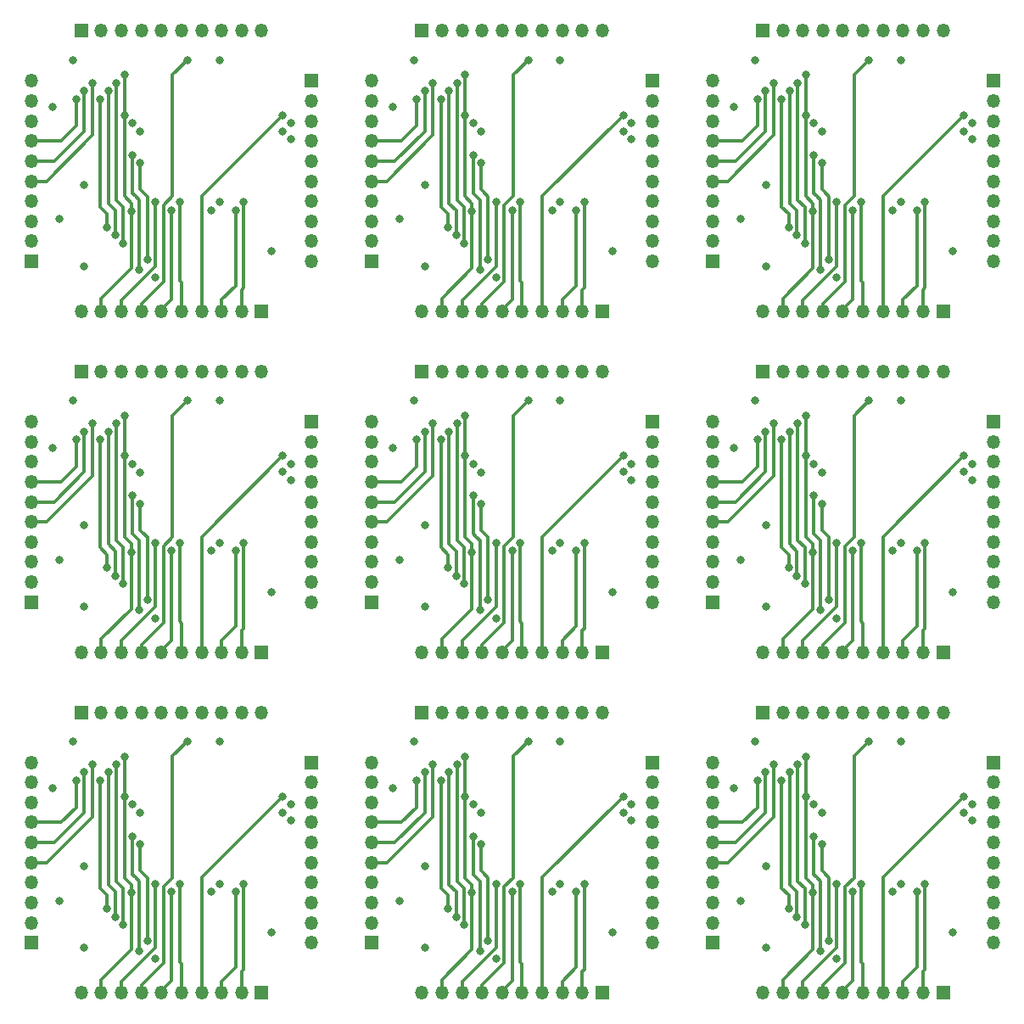
<source format=gbl>
G04 #@! TF.GenerationSoftware,KiCad,Pcbnew,(5.1.5)-3*
G04 #@! TF.CreationDate,2021-06-29T22:10:07+07:00*
G04 #@! TF.ProjectId,noname,6e6f6e61-6d65-42e6-9b69-6361645f7063,rev?*
G04 #@! TF.SameCoordinates,Original*
G04 #@! TF.FileFunction,Copper,L4,Bot*
G04 #@! TF.FilePolarity,Positive*
%FSLAX46Y46*%
G04 Gerber Fmt 4.6, Leading zero omitted, Abs format (unit mm)*
G04 Created by KiCad (PCBNEW (5.1.5)-3) date 2021-06-29 22:10:07*
%MOMM*%
%LPD*%
G04 APERTURE LIST*
%ADD10R,1.350000X1.350000*%
%ADD11O,1.350000X1.350000*%
%ADD12C,0.800000*%
%ADD13C,0.350000*%
G04 APERTURE END LIST*
D10*
X155015200Y-127302600D03*
D11*
X157015200Y-127302600D03*
X159015200Y-127302600D03*
X161015200Y-127302600D03*
X163015200Y-127302600D03*
X165015200Y-127302600D03*
X167015200Y-127302600D03*
X169015200Y-127302600D03*
X171015200Y-127302600D03*
X173015200Y-127302600D03*
D10*
X121015200Y-127302600D03*
D11*
X123015200Y-127302600D03*
X125015200Y-127302600D03*
X127015200Y-127302600D03*
X129015200Y-127302600D03*
X131015200Y-127302600D03*
X133015200Y-127302600D03*
X135015200Y-127302600D03*
X137015200Y-127302600D03*
X139015200Y-127302600D03*
D10*
X87015200Y-127302600D03*
D11*
X89015200Y-127302600D03*
X91015200Y-127302600D03*
X93015200Y-127302600D03*
X95015200Y-127302600D03*
X97015200Y-127302600D03*
X99015200Y-127302600D03*
X101015200Y-127302600D03*
X103015200Y-127302600D03*
X105015200Y-127302600D03*
D10*
X155015200Y-93302600D03*
D11*
X157015200Y-93302600D03*
X159015200Y-93302600D03*
X161015200Y-93302600D03*
X163015200Y-93302600D03*
X165015200Y-93302600D03*
X167015200Y-93302600D03*
X169015200Y-93302600D03*
X171015200Y-93302600D03*
X173015200Y-93302600D03*
D10*
X121015200Y-93302600D03*
D11*
X123015200Y-93302600D03*
X125015200Y-93302600D03*
X127015200Y-93302600D03*
X129015200Y-93302600D03*
X131015200Y-93302600D03*
X133015200Y-93302600D03*
X135015200Y-93302600D03*
X137015200Y-93302600D03*
X139015200Y-93302600D03*
D10*
X87015200Y-93302600D03*
D11*
X89015200Y-93302600D03*
X91015200Y-93302600D03*
X93015200Y-93302600D03*
X95015200Y-93302600D03*
X97015200Y-93302600D03*
X99015200Y-93302600D03*
X101015200Y-93302600D03*
X103015200Y-93302600D03*
X105015200Y-93302600D03*
D10*
X155015200Y-59302600D03*
D11*
X157015200Y-59302600D03*
X159015200Y-59302600D03*
X161015200Y-59302600D03*
X163015200Y-59302600D03*
X165015200Y-59302600D03*
X167015200Y-59302600D03*
X169015200Y-59302600D03*
X171015200Y-59302600D03*
X173015200Y-59302600D03*
D10*
X121015200Y-59302600D03*
D11*
X123015200Y-59302600D03*
X125015200Y-59302600D03*
X127015200Y-59302600D03*
X129015200Y-59302600D03*
X131015200Y-59302600D03*
X133015200Y-59302600D03*
X135015200Y-59302600D03*
X137015200Y-59302600D03*
X139015200Y-59302600D03*
X155015200Y-155302600D03*
X157015200Y-155302600D03*
X159015200Y-155302600D03*
X161015200Y-155302600D03*
X163015200Y-155302600D03*
X165015200Y-155302600D03*
X167015200Y-155302600D03*
X169015200Y-155302600D03*
X171015200Y-155302600D03*
D10*
X173015200Y-155302600D03*
D11*
X121015200Y-155302600D03*
X123015200Y-155302600D03*
X125015200Y-155302600D03*
X127015200Y-155302600D03*
X129015200Y-155302600D03*
X131015200Y-155302600D03*
X133015200Y-155302600D03*
X135015200Y-155302600D03*
X137015200Y-155302600D03*
D10*
X139015200Y-155302600D03*
D11*
X87015200Y-155302600D03*
X89015200Y-155302600D03*
X91015200Y-155302600D03*
X93015200Y-155302600D03*
X95015200Y-155302600D03*
X97015200Y-155302600D03*
X99015200Y-155302600D03*
X101015200Y-155302600D03*
X103015200Y-155302600D03*
D10*
X105015200Y-155302600D03*
D11*
X155015200Y-121302600D03*
X157015200Y-121302600D03*
X159015200Y-121302600D03*
X161015200Y-121302600D03*
X163015200Y-121302600D03*
X165015200Y-121302600D03*
X167015200Y-121302600D03*
X169015200Y-121302600D03*
X171015200Y-121302600D03*
D10*
X173015200Y-121302600D03*
D11*
X121015200Y-121302600D03*
X123015200Y-121302600D03*
X125015200Y-121302600D03*
X127015200Y-121302600D03*
X129015200Y-121302600D03*
X131015200Y-121302600D03*
X133015200Y-121302600D03*
X135015200Y-121302600D03*
X137015200Y-121302600D03*
D10*
X139015200Y-121302600D03*
D11*
X87015200Y-121302600D03*
X89015200Y-121302600D03*
X91015200Y-121302600D03*
X93015200Y-121302600D03*
X95015200Y-121302600D03*
X97015200Y-121302600D03*
X99015200Y-121302600D03*
X101015200Y-121302600D03*
X103015200Y-121302600D03*
D10*
X105015200Y-121302600D03*
D11*
X155015200Y-87302600D03*
X157015200Y-87302600D03*
X159015200Y-87302600D03*
X161015200Y-87302600D03*
X163015200Y-87302600D03*
X165015200Y-87302600D03*
X167015200Y-87302600D03*
X169015200Y-87302600D03*
X171015200Y-87302600D03*
D10*
X173015200Y-87302600D03*
D11*
X121015200Y-87302600D03*
X123015200Y-87302600D03*
X125015200Y-87302600D03*
X127015200Y-87302600D03*
X129015200Y-87302600D03*
X131015200Y-87302600D03*
X133015200Y-87302600D03*
X135015200Y-87302600D03*
X137015200Y-87302600D03*
D10*
X139015200Y-87302600D03*
X150015200Y-150302600D03*
D11*
X150015200Y-148302600D03*
X150015200Y-146302600D03*
X150015200Y-144302600D03*
X150015200Y-142302600D03*
X150015200Y-140302600D03*
X150015200Y-138302600D03*
X150015200Y-136302600D03*
X150015200Y-134302600D03*
X150015200Y-132302600D03*
D10*
X116015200Y-150302600D03*
D11*
X116015200Y-148302600D03*
X116015200Y-146302600D03*
X116015200Y-144302600D03*
X116015200Y-142302600D03*
X116015200Y-140302600D03*
X116015200Y-138302600D03*
X116015200Y-136302600D03*
X116015200Y-134302600D03*
X116015200Y-132302600D03*
D10*
X82015200Y-150302600D03*
D11*
X82015200Y-148302600D03*
X82015200Y-146302600D03*
X82015200Y-144302600D03*
X82015200Y-142302600D03*
X82015200Y-140302600D03*
X82015200Y-138302600D03*
X82015200Y-136302600D03*
X82015200Y-134302600D03*
X82015200Y-132302600D03*
D10*
X150015200Y-116302600D03*
D11*
X150015200Y-114302600D03*
X150015200Y-112302600D03*
X150015200Y-110302600D03*
X150015200Y-108302600D03*
X150015200Y-106302600D03*
X150015200Y-104302600D03*
X150015200Y-102302600D03*
X150015200Y-100302600D03*
X150015200Y-98302600D03*
D10*
X116015200Y-116302600D03*
D11*
X116015200Y-114302600D03*
X116015200Y-112302600D03*
X116015200Y-110302600D03*
X116015200Y-108302600D03*
X116015200Y-106302600D03*
X116015200Y-104302600D03*
X116015200Y-102302600D03*
X116015200Y-100302600D03*
X116015200Y-98302600D03*
D10*
X82015200Y-116302600D03*
D11*
X82015200Y-114302600D03*
X82015200Y-112302600D03*
X82015200Y-110302600D03*
X82015200Y-108302600D03*
X82015200Y-106302600D03*
X82015200Y-104302600D03*
X82015200Y-102302600D03*
X82015200Y-100302600D03*
X82015200Y-98302600D03*
D10*
X150015200Y-82302600D03*
D11*
X150015200Y-80302600D03*
X150015200Y-78302600D03*
X150015200Y-76302600D03*
X150015200Y-74302600D03*
X150015200Y-72302600D03*
X150015200Y-70302600D03*
X150015200Y-68302600D03*
X150015200Y-66302600D03*
X150015200Y-64302600D03*
D10*
X116015200Y-82302600D03*
D11*
X116015200Y-80302600D03*
X116015200Y-78302600D03*
X116015200Y-76302600D03*
X116015200Y-74302600D03*
X116015200Y-72302600D03*
X116015200Y-70302600D03*
X116015200Y-68302600D03*
X116015200Y-66302600D03*
X116015200Y-64302600D03*
D10*
X178015200Y-132302600D03*
D11*
X178015200Y-134302600D03*
X178015200Y-136302600D03*
X178015200Y-138302600D03*
X178015200Y-140302600D03*
X178015200Y-142302600D03*
X178015200Y-144302600D03*
X178015200Y-146302600D03*
X178015200Y-148302600D03*
X178015200Y-150302600D03*
D10*
X144015200Y-132302600D03*
D11*
X144015200Y-134302600D03*
X144015200Y-136302600D03*
X144015200Y-138302600D03*
X144015200Y-140302600D03*
X144015200Y-142302600D03*
X144015200Y-144302600D03*
X144015200Y-146302600D03*
X144015200Y-148302600D03*
X144015200Y-150302600D03*
D10*
X110015200Y-132302600D03*
D11*
X110015200Y-134302600D03*
X110015200Y-136302600D03*
X110015200Y-138302600D03*
X110015200Y-140302600D03*
X110015200Y-142302600D03*
X110015200Y-144302600D03*
X110015200Y-146302600D03*
X110015200Y-148302600D03*
X110015200Y-150302600D03*
D10*
X178015200Y-98302600D03*
D11*
X178015200Y-100302600D03*
X178015200Y-102302600D03*
X178015200Y-104302600D03*
X178015200Y-106302600D03*
X178015200Y-108302600D03*
X178015200Y-110302600D03*
X178015200Y-112302600D03*
X178015200Y-114302600D03*
X178015200Y-116302600D03*
D10*
X144015200Y-98302600D03*
D11*
X144015200Y-100302600D03*
X144015200Y-102302600D03*
X144015200Y-104302600D03*
X144015200Y-106302600D03*
X144015200Y-108302600D03*
X144015200Y-110302600D03*
X144015200Y-112302600D03*
X144015200Y-114302600D03*
X144015200Y-116302600D03*
D10*
X110015200Y-98302600D03*
D11*
X110015200Y-100302600D03*
X110015200Y-102302600D03*
X110015200Y-104302600D03*
X110015200Y-106302600D03*
X110015200Y-108302600D03*
X110015200Y-110302600D03*
X110015200Y-112302600D03*
X110015200Y-114302600D03*
X110015200Y-116302600D03*
D10*
X178015200Y-64302600D03*
D11*
X178015200Y-66302600D03*
X178015200Y-68302600D03*
X178015200Y-70302600D03*
X178015200Y-72302600D03*
X178015200Y-74302600D03*
X178015200Y-76302600D03*
X178015200Y-78302600D03*
X178015200Y-80302600D03*
X178015200Y-82302600D03*
D10*
X144015200Y-64302600D03*
D11*
X144015200Y-66302600D03*
X144015200Y-68302600D03*
X144015200Y-70302600D03*
X144015200Y-72302600D03*
X144015200Y-74302600D03*
X144015200Y-76302600D03*
X144015200Y-78302600D03*
X144015200Y-80302600D03*
X144015200Y-82302600D03*
X110015200Y-82302600D03*
X110015200Y-80302600D03*
X110015200Y-78302600D03*
X110015200Y-76302600D03*
X110015200Y-74302600D03*
X110015200Y-72302600D03*
X110015200Y-70302600D03*
X110015200Y-68302600D03*
X110015200Y-66302600D03*
D10*
X110015200Y-64302600D03*
D11*
X82015200Y-64302600D03*
X82015200Y-66302600D03*
X82015200Y-68302600D03*
X82015200Y-70302600D03*
X82015200Y-72302600D03*
X82015200Y-74302600D03*
X82015200Y-76302600D03*
X82015200Y-78302600D03*
X82015200Y-80302600D03*
D10*
X82015200Y-82302600D03*
X105015200Y-87302600D03*
D11*
X103015200Y-87302600D03*
X101015200Y-87302600D03*
X99015200Y-87302600D03*
X97015200Y-87302600D03*
X95015200Y-87302600D03*
X93015200Y-87302600D03*
X91015200Y-87302600D03*
X89015200Y-87302600D03*
X87015200Y-87302600D03*
X105015200Y-59302600D03*
X103015200Y-59302600D03*
X101015200Y-59302600D03*
X99015200Y-59302600D03*
X97015200Y-59302600D03*
X95015200Y-59302600D03*
X93015200Y-59302600D03*
X91015200Y-59302600D03*
X89015200Y-59302600D03*
D10*
X87015200Y-59302600D03*
D12*
X84115200Y-66902600D03*
X87325200Y-74642600D03*
X94415200Y-83902600D03*
X106015200Y-81302600D03*
X107115200Y-69302600D03*
X92915200Y-69352610D03*
X100815200Y-76402600D03*
X121325200Y-74642600D03*
X155325200Y-74642600D03*
X87325200Y-108642600D03*
X121325200Y-108642600D03*
X155325200Y-108642600D03*
X87325200Y-142642600D03*
X121325200Y-142642600D03*
X155325200Y-142642600D03*
X128415200Y-83902600D03*
X162415200Y-83902600D03*
X94415200Y-117902600D03*
X128415200Y-117902600D03*
X162415200Y-117902600D03*
X94415200Y-151902600D03*
X128415200Y-151902600D03*
X162415200Y-151902600D03*
X141115200Y-69302600D03*
X175115200Y-69302600D03*
X107115200Y-103302600D03*
X141115200Y-103302600D03*
X175115200Y-103302600D03*
X107115200Y-137302600D03*
X141115200Y-137302600D03*
X175115200Y-137302600D03*
X118115200Y-66902600D03*
X152115200Y-66902600D03*
X84115200Y-100902600D03*
X118115200Y-100902600D03*
X152115200Y-100902600D03*
X84115200Y-134902600D03*
X118115200Y-134902600D03*
X152115200Y-134902600D03*
X140015200Y-81302600D03*
X174015200Y-81302600D03*
X106015200Y-115302600D03*
X140015200Y-115302600D03*
X174015200Y-115302600D03*
X106015200Y-149302600D03*
X140015200Y-149302600D03*
X174015200Y-149302600D03*
X126915200Y-69352610D03*
X160915200Y-69352610D03*
X92915200Y-103352610D03*
X126915200Y-103352610D03*
X160915200Y-103352610D03*
X92915200Y-137352610D03*
X126915200Y-137352610D03*
X160915200Y-137352610D03*
X134815200Y-76402600D03*
X168815200Y-76402600D03*
X100815200Y-110402600D03*
X134815200Y-110402600D03*
X168815200Y-110402600D03*
X100815200Y-144402600D03*
X134815200Y-144402600D03*
X168815200Y-144402600D03*
X91315200Y-63702600D03*
X91315200Y-67702600D03*
X92015200Y-77302600D03*
X125315200Y-67702600D03*
X159315200Y-67702600D03*
X91315200Y-101702600D03*
X125315200Y-101702600D03*
X159315200Y-101702600D03*
X91315200Y-135702600D03*
X125315200Y-135702600D03*
X159315200Y-135702600D03*
X126015200Y-77302600D03*
X160015200Y-77302600D03*
X92015200Y-111302600D03*
X126015200Y-111302600D03*
X160015200Y-111302600D03*
X92015200Y-145302600D03*
X126015200Y-145302600D03*
X160015200Y-145302600D03*
X125315200Y-63702600D03*
X159315200Y-63702600D03*
X91315200Y-97702600D03*
X125315200Y-97702600D03*
X159315200Y-97702600D03*
X91315200Y-131702600D03*
X125315200Y-131702600D03*
X159315200Y-131702600D03*
X102415200Y-77202600D03*
X136415200Y-77202600D03*
X170415200Y-77202600D03*
X102415200Y-111202600D03*
X136415200Y-111202600D03*
X170415200Y-111202600D03*
X102415200Y-145202600D03*
X136415200Y-145202600D03*
X170415200Y-145202600D03*
X103215200Y-76402600D03*
X137215200Y-76402600D03*
X171215200Y-76402600D03*
X103215200Y-110402600D03*
X137215200Y-110402600D03*
X171215200Y-110402600D03*
X103215200Y-144402600D03*
X137215200Y-144402600D03*
X171215200Y-144402600D03*
X96815200Y-76402600D03*
X130815200Y-76402600D03*
X164815200Y-76402600D03*
X96815200Y-110402600D03*
X130815200Y-110402600D03*
X164815200Y-110402600D03*
X96815200Y-144402600D03*
X130815200Y-144402600D03*
X164815200Y-144402600D03*
X87325200Y-82782600D03*
X92115200Y-68502600D03*
X100815200Y-62202600D03*
X100015200Y-77202600D03*
X134015200Y-77202600D03*
X168015200Y-77202600D03*
X100015200Y-111202600D03*
X134015200Y-111202600D03*
X168015200Y-111202600D03*
X100015200Y-145202600D03*
X134015200Y-145202600D03*
X168015200Y-145202600D03*
X121325200Y-82782600D03*
X155325200Y-82782600D03*
X87325200Y-116782600D03*
X121325200Y-116782600D03*
X155325200Y-116782600D03*
X87325200Y-150782600D03*
X121325200Y-150782600D03*
X155325200Y-150782600D03*
X126115200Y-68502600D03*
X160115200Y-68502600D03*
X92115200Y-102502600D03*
X126115200Y-102502600D03*
X160115200Y-102502600D03*
X92115200Y-136502600D03*
X126115200Y-136502600D03*
X160115200Y-136502600D03*
X134815200Y-62202600D03*
X168815200Y-62202600D03*
X100815200Y-96202600D03*
X134815200Y-96202600D03*
X168815200Y-96202600D03*
X100815200Y-130202600D03*
X134815200Y-130202600D03*
X168815200Y-130202600D03*
X94415200Y-76402600D03*
X128415200Y-76402600D03*
X162415200Y-76402600D03*
X94415200Y-110402600D03*
X128415200Y-110402600D03*
X162415200Y-110402600D03*
X94415200Y-144402600D03*
X128415200Y-144402600D03*
X162415200Y-144402600D03*
X96015200Y-77202600D03*
X130015200Y-77202600D03*
X164015200Y-77202600D03*
X96015200Y-111202600D03*
X130015200Y-111202600D03*
X164015200Y-111202600D03*
X96015200Y-145202600D03*
X130015200Y-145202600D03*
X164015200Y-145202600D03*
X97615200Y-62202600D03*
X131615200Y-62202600D03*
X165615200Y-62202600D03*
X97615200Y-96202600D03*
X131615200Y-96202600D03*
X165615200Y-96202600D03*
X97615200Y-130202600D03*
X131615200Y-130202600D03*
X165615200Y-130202600D03*
X107115200Y-67702600D03*
X141115200Y-67702600D03*
X175115200Y-67702600D03*
X107115200Y-101702600D03*
X141115200Y-101702600D03*
X175115200Y-101702600D03*
X107115200Y-135702600D03*
X141115200Y-135702600D03*
X175115200Y-135702600D03*
X107915200Y-70102600D03*
X141915200Y-70102600D03*
X175915200Y-70102600D03*
X107915200Y-104102600D03*
X141915200Y-104102600D03*
X175915200Y-104102600D03*
X107915200Y-138102600D03*
X141915200Y-138102600D03*
X175915200Y-138102600D03*
X107915200Y-68502600D03*
X141915200Y-68502600D03*
X175915200Y-68502600D03*
X107915200Y-102502600D03*
X141915200Y-102502600D03*
X175915200Y-102502600D03*
X107915200Y-136502600D03*
X141915200Y-136502600D03*
X175915200Y-136502600D03*
X84815200Y-78102600D03*
X118815200Y-78102600D03*
X152815200Y-78102600D03*
X84815200Y-112102600D03*
X118815200Y-112102600D03*
X152815200Y-112102600D03*
X84815200Y-146102600D03*
X118815200Y-146102600D03*
X152815200Y-146102600D03*
X86515200Y-66102600D03*
X88915200Y-66102600D03*
X89615200Y-78902600D03*
X120515200Y-66102600D03*
X154515200Y-66102600D03*
X86515200Y-100102600D03*
X120515200Y-100102600D03*
X154515200Y-100102600D03*
X86515200Y-134102600D03*
X120515200Y-134102600D03*
X154515200Y-134102600D03*
X122915200Y-66102600D03*
X156915200Y-66102600D03*
X88915200Y-100102600D03*
X122915200Y-100102600D03*
X156915200Y-100102600D03*
X88915200Y-134102600D03*
X122915200Y-134102600D03*
X156915200Y-134102600D03*
X123615200Y-78902600D03*
X157615200Y-78902600D03*
X89615200Y-112902600D03*
X123615200Y-112902600D03*
X157615200Y-112902600D03*
X89615200Y-146902600D03*
X123615200Y-146902600D03*
X157615200Y-146902600D03*
X87315200Y-65302600D03*
X89715200Y-65302600D03*
X90415200Y-79702600D03*
X123715200Y-65302600D03*
X157715200Y-65302600D03*
X89715200Y-99302600D03*
X123715200Y-99302600D03*
X157715200Y-99302600D03*
X89715200Y-133302600D03*
X123715200Y-133302600D03*
X157715200Y-133302600D03*
X124415200Y-79702600D03*
X158415200Y-79702600D03*
X90415200Y-113702600D03*
X124415200Y-113702600D03*
X158415200Y-113702600D03*
X90415200Y-147702600D03*
X124415200Y-147702600D03*
X158415200Y-147702600D03*
X121315200Y-65302600D03*
X155315200Y-65302600D03*
X87315200Y-99302600D03*
X121315200Y-99302600D03*
X155315200Y-99302600D03*
X87315200Y-133302600D03*
X121315200Y-133302600D03*
X155315200Y-133302600D03*
X88115200Y-64502600D03*
X90515200Y-64502600D03*
X91215200Y-80502600D03*
X122115200Y-64502600D03*
X156115200Y-64502600D03*
X88115200Y-98502600D03*
X122115200Y-98502600D03*
X156115200Y-98502600D03*
X88115200Y-132502600D03*
X122115200Y-132502600D03*
X156115200Y-132502600D03*
X125215200Y-80502600D03*
X159215200Y-80502600D03*
X91215200Y-114502600D03*
X125215200Y-114502600D03*
X159215200Y-114502600D03*
X91215200Y-148502600D03*
X125215200Y-148502600D03*
X159215200Y-148502600D03*
X124515200Y-64502600D03*
X158515200Y-64502600D03*
X90515200Y-98502600D03*
X124515200Y-98502600D03*
X158515200Y-98502600D03*
X90515200Y-132502600D03*
X124515200Y-132502600D03*
X158515200Y-132502600D03*
X93615200Y-82102600D03*
X92915200Y-72502600D03*
X127615200Y-82102600D03*
X161615200Y-82102600D03*
X93615200Y-116102600D03*
X127615200Y-116102600D03*
X161615200Y-116102600D03*
X93615200Y-150102600D03*
X127615200Y-150102600D03*
X161615200Y-150102600D03*
X126915200Y-72502600D03*
X160915200Y-72502600D03*
X92915200Y-106502600D03*
X126915200Y-106502600D03*
X160915200Y-106502600D03*
X92915200Y-140502600D03*
X126915200Y-140502600D03*
X160915200Y-140502600D03*
X92115200Y-71702600D03*
X92815200Y-83102600D03*
X126815200Y-83102600D03*
X160815200Y-83102600D03*
X92815200Y-117102600D03*
X126815200Y-117102600D03*
X160815200Y-117102600D03*
X92815200Y-151102600D03*
X126815200Y-151102600D03*
X160815200Y-151102600D03*
X126115200Y-71702600D03*
X160115200Y-71702600D03*
X92115200Y-105702600D03*
X126115200Y-105702600D03*
X160115200Y-105702600D03*
X92115200Y-139702600D03*
X126115200Y-139702600D03*
X160115200Y-139702600D03*
X86227700Y-62202600D03*
X120227700Y-62202600D03*
X154227700Y-62202600D03*
X86227700Y-96202600D03*
X120227700Y-96202600D03*
X154227700Y-96202600D03*
X86227700Y-130202600D03*
X120227700Y-130202600D03*
X154227700Y-130202600D03*
D13*
X91315200Y-75816604D02*
X91315200Y-67702600D01*
X91315200Y-75816604D02*
X92015200Y-76516604D01*
X91315200Y-63702600D02*
X91315200Y-67702600D01*
X92015200Y-77302600D02*
X92015200Y-76516604D01*
X92015200Y-77302600D02*
X92015200Y-82992600D01*
X89015200Y-85992600D02*
X89015200Y-87302600D01*
X92015200Y-82992600D02*
X89015200Y-85992600D01*
X123015200Y-85992600D02*
X123015200Y-87302600D01*
X157015200Y-85992600D02*
X157015200Y-87302600D01*
X89015200Y-119992600D02*
X89015200Y-121302600D01*
X123015200Y-119992600D02*
X123015200Y-121302600D01*
X157015200Y-119992600D02*
X157015200Y-121302600D01*
X89015200Y-153992600D02*
X89015200Y-155302600D01*
X123015200Y-153992600D02*
X123015200Y-155302600D01*
X157015200Y-153992600D02*
X157015200Y-155302600D01*
X125315200Y-75816604D02*
X125315200Y-67702600D01*
X159315200Y-75816604D02*
X159315200Y-67702600D01*
X91315200Y-109816604D02*
X91315200Y-101702600D01*
X125315200Y-109816604D02*
X125315200Y-101702600D01*
X159315200Y-109816604D02*
X159315200Y-101702600D01*
X91315200Y-143816604D02*
X91315200Y-135702600D01*
X125315200Y-143816604D02*
X125315200Y-135702600D01*
X159315200Y-143816604D02*
X159315200Y-135702600D01*
X125315200Y-63702600D02*
X125315200Y-67702600D01*
X159315200Y-63702600D02*
X159315200Y-67702600D01*
X91315200Y-97702600D02*
X91315200Y-101702600D01*
X125315200Y-97702600D02*
X125315200Y-101702600D01*
X159315200Y-97702600D02*
X159315200Y-101702600D01*
X91315200Y-131702600D02*
X91315200Y-135702600D01*
X125315200Y-131702600D02*
X125315200Y-135702600D01*
X159315200Y-131702600D02*
X159315200Y-135702600D01*
X125315200Y-75816604D02*
X126015200Y-76516604D01*
X159315200Y-75816604D02*
X160015200Y-76516604D01*
X91315200Y-109816604D02*
X92015200Y-110516604D01*
X125315200Y-109816604D02*
X126015200Y-110516604D01*
X159315200Y-109816604D02*
X160015200Y-110516604D01*
X91315200Y-143816604D02*
X92015200Y-144516604D01*
X125315200Y-143816604D02*
X126015200Y-144516604D01*
X159315200Y-143816604D02*
X160015200Y-144516604D01*
X126015200Y-77302600D02*
X126015200Y-76516604D01*
X160015200Y-77302600D02*
X160015200Y-76516604D01*
X92015200Y-111302600D02*
X92015200Y-110516604D01*
X126015200Y-111302600D02*
X126015200Y-110516604D01*
X160015200Y-111302600D02*
X160015200Y-110516604D01*
X92015200Y-145302600D02*
X92015200Y-144516604D01*
X126015200Y-145302600D02*
X126015200Y-144516604D01*
X160015200Y-145302600D02*
X160015200Y-144516604D01*
X126015200Y-77302600D02*
X126015200Y-82992600D01*
X160015200Y-77302600D02*
X160015200Y-82992600D01*
X92015200Y-111302600D02*
X92015200Y-116992600D01*
X126015200Y-111302600D02*
X126015200Y-116992600D01*
X160015200Y-111302600D02*
X160015200Y-116992600D01*
X92015200Y-145302600D02*
X92015200Y-150992600D01*
X126015200Y-145302600D02*
X126015200Y-150992600D01*
X160015200Y-145302600D02*
X160015200Y-150992600D01*
X126015200Y-82992600D02*
X123015200Y-85992600D01*
X160015200Y-82992600D02*
X157015200Y-85992600D01*
X92015200Y-116992600D02*
X89015200Y-119992600D01*
X126015200Y-116992600D02*
X123015200Y-119992600D01*
X160015200Y-116992600D02*
X157015200Y-119992600D01*
X92015200Y-150992600D02*
X89015200Y-153992600D01*
X126015200Y-150992600D02*
X123015200Y-153992600D01*
X160015200Y-150992600D02*
X157015200Y-153992600D01*
X102415200Y-77202600D02*
X102415200Y-84742600D01*
X101015200Y-86142600D02*
X101015200Y-87302600D01*
X102415200Y-84742600D02*
X101015200Y-86142600D01*
X135015200Y-86142600D02*
X135015200Y-87302600D01*
X169015200Y-86142600D02*
X169015200Y-87302600D01*
X101015200Y-120142600D02*
X101015200Y-121302600D01*
X135015200Y-120142600D02*
X135015200Y-121302600D01*
X169015200Y-120142600D02*
X169015200Y-121302600D01*
X101015200Y-154142600D02*
X101015200Y-155302600D01*
X135015200Y-154142600D02*
X135015200Y-155302600D01*
X169015200Y-154142600D02*
X169015200Y-155302600D01*
X136415200Y-84742600D02*
X135015200Y-86142600D01*
X170415200Y-84742600D02*
X169015200Y-86142600D01*
X102415200Y-118742600D02*
X101015200Y-120142600D01*
X136415200Y-118742600D02*
X135015200Y-120142600D01*
X170415200Y-118742600D02*
X169015200Y-120142600D01*
X102415200Y-152742600D02*
X101015200Y-154142600D01*
X136415200Y-152742600D02*
X135015200Y-154142600D01*
X170415200Y-152742600D02*
X169015200Y-154142600D01*
X136415200Y-77202600D02*
X136415200Y-84742600D01*
X170415200Y-77202600D02*
X170415200Y-84742600D01*
X102415200Y-111202600D02*
X102415200Y-118742600D01*
X136415200Y-111202600D02*
X136415200Y-118742600D01*
X170415200Y-111202600D02*
X170415200Y-118742600D01*
X102415200Y-145202600D02*
X102415200Y-152742600D01*
X136415200Y-145202600D02*
X136415200Y-152742600D01*
X170415200Y-145202600D02*
X170415200Y-152742600D01*
X103215200Y-84962600D02*
X103015200Y-85162600D01*
X103215200Y-76402600D02*
X103215200Y-84962600D01*
X103015200Y-85162600D02*
X103015200Y-87302600D01*
X137015200Y-85162600D02*
X137015200Y-87302600D01*
X171015200Y-85162600D02*
X171015200Y-87302600D01*
X103015200Y-119162600D02*
X103015200Y-121302600D01*
X137015200Y-119162600D02*
X137015200Y-121302600D01*
X171015200Y-119162600D02*
X171015200Y-121302600D01*
X103015200Y-153162600D02*
X103015200Y-155302600D01*
X137015200Y-153162600D02*
X137015200Y-155302600D01*
X171015200Y-153162600D02*
X171015200Y-155302600D01*
X137215200Y-76402600D02*
X137215200Y-84962600D01*
X171215200Y-76402600D02*
X171215200Y-84962600D01*
X103215200Y-110402600D02*
X103215200Y-118962600D01*
X137215200Y-110402600D02*
X137215200Y-118962600D01*
X171215200Y-110402600D02*
X171215200Y-118962600D01*
X103215200Y-144402600D02*
X103215200Y-152962600D01*
X137215200Y-144402600D02*
X137215200Y-152962600D01*
X171215200Y-144402600D02*
X171215200Y-152962600D01*
X137215200Y-84962600D02*
X137015200Y-85162600D01*
X171215200Y-84962600D02*
X171015200Y-85162600D01*
X103215200Y-118962600D02*
X103015200Y-119162600D01*
X137215200Y-118962600D02*
X137015200Y-119162600D01*
X171215200Y-118962600D02*
X171015200Y-119162600D01*
X103215200Y-152962600D02*
X103015200Y-153162600D01*
X137215200Y-152962600D02*
X137015200Y-153162600D01*
X171215200Y-152962600D02*
X171015200Y-153162600D01*
X97015200Y-84422600D02*
X97015200Y-87302600D01*
X96815200Y-84222600D02*
X97015200Y-84422600D01*
X96815200Y-76402600D02*
X96815200Y-84222600D01*
X131015200Y-84422600D02*
X131015200Y-87302600D01*
X165015200Y-84422600D02*
X165015200Y-87302600D01*
X97015200Y-118422600D02*
X97015200Y-121302600D01*
X131015200Y-118422600D02*
X131015200Y-121302600D01*
X165015200Y-118422600D02*
X165015200Y-121302600D01*
X97015200Y-152422600D02*
X97015200Y-155302600D01*
X131015200Y-152422600D02*
X131015200Y-155302600D01*
X165015200Y-152422600D02*
X165015200Y-155302600D01*
X130815200Y-84222600D02*
X131015200Y-84422600D01*
X164815200Y-84222600D02*
X165015200Y-84422600D01*
X96815200Y-118222600D02*
X97015200Y-118422600D01*
X130815200Y-118222600D02*
X131015200Y-118422600D01*
X164815200Y-118222600D02*
X165015200Y-118422600D01*
X96815200Y-152222600D02*
X97015200Y-152422600D01*
X130815200Y-152222600D02*
X131015200Y-152422600D01*
X164815200Y-152222600D02*
X165015200Y-152422600D01*
X130815200Y-76402600D02*
X130815200Y-84222600D01*
X164815200Y-76402600D02*
X164815200Y-84222600D01*
X96815200Y-110402600D02*
X96815200Y-118222600D01*
X130815200Y-110402600D02*
X130815200Y-118222600D01*
X164815200Y-110402600D02*
X164815200Y-118222600D01*
X96815200Y-144402600D02*
X96815200Y-152222600D01*
X130815200Y-144402600D02*
X130815200Y-152222600D01*
X164815200Y-144402600D02*
X164815200Y-152222600D01*
X94415200Y-76402600D02*
X94415200Y-82762600D01*
X91015200Y-86162600D02*
X91015200Y-87302600D01*
X94415200Y-82762600D02*
X91015200Y-86162600D01*
X128415200Y-76402600D02*
X128415200Y-82762600D01*
X162415200Y-76402600D02*
X162415200Y-82762600D01*
X94415200Y-110402600D02*
X94415200Y-116762600D01*
X128415200Y-110402600D02*
X128415200Y-116762600D01*
X162415200Y-110402600D02*
X162415200Y-116762600D01*
X94415200Y-144402600D02*
X94415200Y-150762600D01*
X128415200Y-144402600D02*
X128415200Y-150762600D01*
X162415200Y-144402600D02*
X162415200Y-150762600D01*
X125015200Y-86162600D02*
X125015200Y-87302600D01*
X159015200Y-86162600D02*
X159015200Y-87302600D01*
X91015200Y-120162600D02*
X91015200Y-121302600D01*
X125015200Y-120162600D02*
X125015200Y-121302600D01*
X159015200Y-120162600D02*
X159015200Y-121302600D01*
X91015200Y-154162600D02*
X91015200Y-155302600D01*
X125015200Y-154162600D02*
X125015200Y-155302600D01*
X159015200Y-154162600D02*
X159015200Y-155302600D01*
X128415200Y-82762600D02*
X125015200Y-86162600D01*
X162415200Y-82762600D02*
X159015200Y-86162600D01*
X94415200Y-116762600D02*
X91015200Y-120162600D01*
X128415200Y-116762600D02*
X125015200Y-120162600D01*
X162415200Y-116762600D02*
X159015200Y-120162600D01*
X94415200Y-150762600D02*
X91015200Y-154162600D01*
X128415200Y-150762600D02*
X125015200Y-154162600D01*
X162415200Y-150762600D02*
X159015200Y-154162600D01*
X95015200Y-87132600D02*
X95015200Y-87302600D01*
X96015200Y-77202600D02*
X96015200Y-86132600D01*
X96015200Y-86132600D02*
X95015200Y-87132600D01*
X130015200Y-86132600D02*
X129015200Y-87132600D01*
X164015200Y-86132600D02*
X163015200Y-87132600D01*
X96015200Y-120132600D02*
X95015200Y-121132600D01*
X130015200Y-120132600D02*
X129015200Y-121132600D01*
X164015200Y-120132600D02*
X163015200Y-121132600D01*
X96015200Y-154132600D02*
X95015200Y-155132600D01*
X130015200Y-154132600D02*
X129015200Y-155132600D01*
X164015200Y-154132600D02*
X163015200Y-155132600D01*
X129015200Y-87132600D02*
X129015200Y-87302600D01*
X163015200Y-87132600D02*
X163015200Y-87302600D01*
X95015200Y-121132600D02*
X95015200Y-121302600D01*
X129015200Y-121132600D02*
X129015200Y-121302600D01*
X163015200Y-121132600D02*
X163015200Y-121302600D01*
X95015200Y-155132600D02*
X95015200Y-155302600D01*
X129015200Y-155132600D02*
X129015200Y-155302600D01*
X163015200Y-155132600D02*
X163015200Y-155302600D01*
X130015200Y-77202600D02*
X130015200Y-86132600D01*
X164015200Y-77202600D02*
X164015200Y-86132600D01*
X96015200Y-111202600D02*
X96015200Y-120132600D01*
X130015200Y-111202600D02*
X130015200Y-120132600D01*
X164015200Y-111202600D02*
X164015200Y-120132600D01*
X96015200Y-145202600D02*
X96015200Y-154132600D01*
X130015200Y-145202600D02*
X130015200Y-154132600D01*
X164015200Y-145202600D02*
X164015200Y-154132600D01*
X93015200Y-86542600D02*
X93015200Y-87302600D01*
X96125200Y-63692600D02*
X96125200Y-75812600D01*
X97615200Y-62202600D02*
X96125200Y-63692600D01*
X95215200Y-84342600D02*
X93015200Y-86542600D01*
X96125200Y-75812600D02*
X95215200Y-76722600D01*
X95215200Y-76722600D02*
X95215200Y-84342600D01*
X130125200Y-63692600D02*
X130125200Y-75812600D01*
X164125200Y-63692600D02*
X164125200Y-75812600D01*
X96125200Y-97692600D02*
X96125200Y-109812600D01*
X130125200Y-97692600D02*
X130125200Y-109812600D01*
X164125200Y-97692600D02*
X164125200Y-109812600D01*
X96125200Y-131692600D02*
X96125200Y-143812600D01*
X130125200Y-131692600D02*
X130125200Y-143812600D01*
X164125200Y-131692600D02*
X164125200Y-143812600D01*
X129215200Y-84342600D02*
X127015200Y-86542600D01*
X163215200Y-84342600D02*
X161015200Y-86542600D01*
X95215200Y-118342600D02*
X93015200Y-120542600D01*
X129215200Y-118342600D02*
X127015200Y-120542600D01*
X163215200Y-118342600D02*
X161015200Y-120542600D01*
X95215200Y-152342600D02*
X93015200Y-154542600D01*
X129215200Y-152342600D02*
X127015200Y-154542600D01*
X163215200Y-152342600D02*
X161015200Y-154542600D01*
X129215200Y-76722600D02*
X129215200Y-84342600D01*
X163215200Y-76722600D02*
X163215200Y-84342600D01*
X95215200Y-110722600D02*
X95215200Y-118342600D01*
X129215200Y-110722600D02*
X129215200Y-118342600D01*
X163215200Y-110722600D02*
X163215200Y-118342600D01*
X95215200Y-144722600D02*
X95215200Y-152342600D01*
X129215200Y-144722600D02*
X129215200Y-152342600D01*
X163215200Y-144722600D02*
X163215200Y-152342600D01*
X130125200Y-75812600D02*
X129215200Y-76722600D01*
X164125200Y-75812600D02*
X163215200Y-76722600D01*
X96125200Y-109812600D02*
X95215200Y-110722600D01*
X130125200Y-109812600D02*
X129215200Y-110722600D01*
X164125200Y-109812600D02*
X163215200Y-110722600D01*
X96125200Y-143812600D02*
X95215200Y-144722600D01*
X130125200Y-143812600D02*
X129215200Y-144722600D01*
X164125200Y-143812600D02*
X163215200Y-144722600D01*
X131615200Y-62202600D02*
X130125200Y-63692600D01*
X165615200Y-62202600D02*
X164125200Y-63692600D01*
X97615200Y-96202600D02*
X96125200Y-97692600D01*
X131615200Y-96202600D02*
X130125200Y-97692600D01*
X165615200Y-96202600D02*
X164125200Y-97692600D01*
X97615200Y-130202600D02*
X96125200Y-131692600D01*
X131615200Y-130202600D02*
X130125200Y-131692600D01*
X165615200Y-130202600D02*
X164125200Y-131692600D01*
X127015200Y-86542600D02*
X127015200Y-87302600D01*
X161015200Y-86542600D02*
X161015200Y-87302600D01*
X93015200Y-120542600D02*
X93015200Y-121302600D01*
X127015200Y-120542600D02*
X127015200Y-121302600D01*
X161015200Y-120542600D02*
X161015200Y-121302600D01*
X93015200Y-154542600D02*
X93015200Y-155302600D01*
X127015200Y-154542600D02*
X127015200Y-155302600D01*
X161015200Y-154542600D02*
X161015200Y-155302600D01*
X99015200Y-75802600D02*
X99015200Y-87302600D01*
X107115200Y-67702600D02*
X99015200Y-75802600D01*
X141115200Y-67702600D02*
X133015200Y-75802600D01*
X175115200Y-67702600D02*
X167015200Y-75802600D01*
X107115200Y-101702600D02*
X99015200Y-109802600D01*
X141115200Y-101702600D02*
X133015200Y-109802600D01*
X175115200Y-101702600D02*
X167015200Y-109802600D01*
X107115200Y-135702600D02*
X99015200Y-143802600D01*
X141115200Y-135702600D02*
X133015200Y-143802600D01*
X175115200Y-135702600D02*
X167015200Y-143802600D01*
X133015200Y-75802600D02*
X133015200Y-87302600D01*
X167015200Y-75802600D02*
X167015200Y-87302600D01*
X99015200Y-109802600D02*
X99015200Y-121302600D01*
X133015200Y-109802600D02*
X133015200Y-121302600D01*
X167015200Y-109802600D02*
X167015200Y-121302600D01*
X99015200Y-143802600D02*
X99015200Y-155302600D01*
X133015200Y-143802600D02*
X133015200Y-155302600D01*
X167015200Y-143802600D02*
X167015200Y-155302600D01*
X89615200Y-77557610D02*
X89615200Y-78902600D01*
X88915200Y-76857610D02*
X89615200Y-77557610D01*
X88915200Y-66102600D02*
X88915200Y-76857610D01*
X86515200Y-68782600D02*
X86515200Y-66102600D01*
X82015200Y-70302600D02*
X84995200Y-70302600D01*
X84995200Y-70302600D02*
X86515200Y-68782600D01*
X123615200Y-77557610D02*
X123615200Y-78902600D01*
X157615200Y-77557610D02*
X157615200Y-78902600D01*
X89615200Y-111557610D02*
X89615200Y-112902600D01*
X123615200Y-111557610D02*
X123615200Y-112902600D01*
X157615200Y-111557610D02*
X157615200Y-112902600D01*
X89615200Y-145557610D02*
X89615200Y-146902600D01*
X123615200Y-145557610D02*
X123615200Y-146902600D01*
X157615200Y-145557610D02*
X157615200Y-146902600D01*
X122915200Y-66102600D02*
X122915200Y-76857610D01*
X156915200Y-66102600D02*
X156915200Y-76857610D01*
X88915200Y-100102600D02*
X88915200Y-110857610D01*
X122915200Y-100102600D02*
X122915200Y-110857610D01*
X156915200Y-100102600D02*
X156915200Y-110857610D01*
X88915200Y-134102600D02*
X88915200Y-144857610D01*
X122915200Y-134102600D02*
X122915200Y-144857610D01*
X156915200Y-134102600D02*
X156915200Y-144857610D01*
X122915200Y-76857610D02*
X123615200Y-77557610D01*
X156915200Y-76857610D02*
X157615200Y-77557610D01*
X88915200Y-110857610D02*
X89615200Y-111557610D01*
X122915200Y-110857610D02*
X123615200Y-111557610D01*
X156915200Y-110857610D02*
X157615200Y-111557610D01*
X88915200Y-144857610D02*
X89615200Y-145557610D01*
X122915200Y-144857610D02*
X123615200Y-145557610D01*
X156915200Y-144857610D02*
X157615200Y-145557610D01*
X118995200Y-70302600D02*
X120515200Y-68782600D01*
X152995200Y-70302600D02*
X154515200Y-68782600D01*
X84995200Y-104302600D02*
X86515200Y-102782600D01*
X118995200Y-104302600D02*
X120515200Y-102782600D01*
X152995200Y-104302600D02*
X154515200Y-102782600D01*
X84995200Y-138302600D02*
X86515200Y-136782600D01*
X118995200Y-138302600D02*
X120515200Y-136782600D01*
X152995200Y-138302600D02*
X154515200Y-136782600D01*
X120515200Y-68782600D02*
X120515200Y-66102600D01*
X154515200Y-68782600D02*
X154515200Y-66102600D01*
X86515200Y-102782600D02*
X86515200Y-100102600D01*
X120515200Y-102782600D02*
X120515200Y-100102600D01*
X154515200Y-102782600D02*
X154515200Y-100102600D01*
X86515200Y-136782600D02*
X86515200Y-134102600D01*
X120515200Y-136782600D02*
X120515200Y-134102600D01*
X154515200Y-136782600D02*
X154515200Y-134102600D01*
X116015200Y-70302600D02*
X118995200Y-70302600D01*
X150015200Y-70302600D02*
X152995200Y-70302600D01*
X82015200Y-104302600D02*
X84995200Y-104302600D01*
X116015200Y-104302600D02*
X118995200Y-104302600D01*
X150015200Y-104302600D02*
X152995200Y-104302600D01*
X82015200Y-138302600D02*
X84995200Y-138302600D01*
X116015200Y-138302600D02*
X118995200Y-138302600D01*
X150015200Y-138302600D02*
X152995200Y-138302600D01*
X90415200Y-79702600D02*
X90415200Y-77210608D01*
X89715200Y-76510608D02*
X90415200Y-77210608D01*
X89715200Y-76510608D02*
X89715200Y-65302600D01*
X87315200Y-65302600D02*
X87315200Y-69302600D01*
X84315200Y-72302600D02*
X82015200Y-72302600D01*
X87315200Y-69302600D02*
X84315200Y-72302600D01*
X123715200Y-76510608D02*
X124415200Y-77210608D01*
X157715200Y-76510608D02*
X158415200Y-77210608D01*
X89715200Y-110510608D02*
X90415200Y-111210608D01*
X123715200Y-110510608D02*
X124415200Y-111210608D01*
X157715200Y-110510608D02*
X158415200Y-111210608D01*
X89715200Y-144510608D02*
X90415200Y-145210608D01*
X123715200Y-144510608D02*
X124415200Y-145210608D01*
X157715200Y-144510608D02*
X158415200Y-145210608D01*
X124415200Y-79702600D02*
X124415200Y-77210608D01*
X158415200Y-79702600D02*
X158415200Y-77210608D01*
X90415200Y-113702600D02*
X90415200Y-111210608D01*
X124415200Y-113702600D02*
X124415200Y-111210608D01*
X158415200Y-113702600D02*
X158415200Y-111210608D01*
X90415200Y-147702600D02*
X90415200Y-145210608D01*
X124415200Y-147702600D02*
X124415200Y-145210608D01*
X158415200Y-147702600D02*
X158415200Y-145210608D01*
X123715200Y-76510608D02*
X123715200Y-65302600D01*
X157715200Y-76510608D02*
X157715200Y-65302600D01*
X89715200Y-110510608D02*
X89715200Y-99302600D01*
X123715200Y-110510608D02*
X123715200Y-99302600D01*
X157715200Y-110510608D02*
X157715200Y-99302600D01*
X89715200Y-144510608D02*
X89715200Y-133302600D01*
X123715200Y-144510608D02*
X123715200Y-133302600D01*
X157715200Y-144510608D02*
X157715200Y-133302600D01*
X118315200Y-72302600D02*
X116015200Y-72302600D01*
X152315200Y-72302600D02*
X150015200Y-72302600D01*
X84315200Y-106302600D02*
X82015200Y-106302600D01*
X118315200Y-106302600D02*
X116015200Y-106302600D01*
X152315200Y-106302600D02*
X150015200Y-106302600D01*
X84315200Y-140302600D02*
X82015200Y-140302600D01*
X118315200Y-140302600D02*
X116015200Y-140302600D01*
X152315200Y-140302600D02*
X150015200Y-140302600D01*
X121315200Y-69302600D02*
X118315200Y-72302600D01*
X155315200Y-69302600D02*
X152315200Y-72302600D01*
X87315200Y-103302600D02*
X84315200Y-106302600D01*
X121315200Y-103302600D02*
X118315200Y-106302600D01*
X155315200Y-103302600D02*
X152315200Y-106302600D01*
X87315200Y-137302600D02*
X84315200Y-140302600D01*
X121315200Y-137302600D02*
X118315200Y-140302600D01*
X155315200Y-137302600D02*
X152315200Y-140302600D01*
X121315200Y-65302600D02*
X121315200Y-69302600D01*
X155315200Y-65302600D02*
X155315200Y-69302600D01*
X87315200Y-99302600D02*
X87315200Y-103302600D01*
X121315200Y-99302600D02*
X121315200Y-103302600D01*
X155315200Y-99302600D02*
X155315200Y-103302600D01*
X87315200Y-133302600D02*
X87315200Y-137302600D01*
X121315200Y-133302600D02*
X121315200Y-137302600D01*
X155315200Y-133302600D02*
X155315200Y-137302600D01*
X91215200Y-80502600D02*
X91215200Y-76863606D01*
X90515200Y-76163606D02*
X91215200Y-76863606D01*
X90515200Y-76163606D02*
X90515200Y-64502600D01*
X83535200Y-74302600D02*
X82015200Y-74302600D01*
X88115200Y-64502600D02*
X88115200Y-69722600D01*
X88115200Y-69722600D02*
X83535200Y-74302600D01*
X124515200Y-76163606D02*
X125215200Y-76863606D01*
X158515200Y-76163606D02*
X159215200Y-76863606D01*
X90515200Y-110163606D02*
X91215200Y-110863606D01*
X124515200Y-110163606D02*
X125215200Y-110863606D01*
X158515200Y-110163606D02*
X159215200Y-110863606D01*
X90515200Y-144163606D02*
X91215200Y-144863606D01*
X124515200Y-144163606D02*
X125215200Y-144863606D01*
X158515200Y-144163606D02*
X159215200Y-144863606D01*
X124515200Y-76163606D02*
X124515200Y-64502600D01*
X158515200Y-76163606D02*
X158515200Y-64502600D01*
X90515200Y-110163606D02*
X90515200Y-98502600D01*
X124515200Y-110163606D02*
X124515200Y-98502600D01*
X158515200Y-110163606D02*
X158515200Y-98502600D01*
X90515200Y-144163606D02*
X90515200Y-132502600D01*
X124515200Y-144163606D02*
X124515200Y-132502600D01*
X158515200Y-144163606D02*
X158515200Y-132502600D01*
X125215200Y-80502600D02*
X125215200Y-76863606D01*
X159215200Y-80502600D02*
X159215200Y-76863606D01*
X91215200Y-114502600D02*
X91215200Y-110863606D01*
X125215200Y-114502600D02*
X125215200Y-110863606D01*
X159215200Y-114502600D02*
X159215200Y-110863606D01*
X91215200Y-148502600D02*
X91215200Y-144863606D01*
X125215200Y-148502600D02*
X125215200Y-144863606D01*
X159215200Y-148502600D02*
X159215200Y-144863606D01*
X117535200Y-74302600D02*
X116015200Y-74302600D01*
X151535200Y-74302600D02*
X150015200Y-74302600D01*
X83535200Y-108302600D02*
X82015200Y-108302600D01*
X117535200Y-108302600D02*
X116015200Y-108302600D01*
X151535200Y-108302600D02*
X150015200Y-108302600D01*
X83535200Y-142302600D02*
X82015200Y-142302600D01*
X117535200Y-142302600D02*
X116015200Y-142302600D01*
X151535200Y-142302600D02*
X150015200Y-142302600D01*
X122115200Y-69722600D02*
X117535200Y-74302600D01*
X156115200Y-69722600D02*
X151535200Y-74302600D01*
X88115200Y-103722600D02*
X83535200Y-108302600D01*
X122115200Y-103722600D02*
X117535200Y-108302600D01*
X156115200Y-103722600D02*
X151535200Y-108302600D01*
X88115200Y-137722600D02*
X83535200Y-142302600D01*
X122115200Y-137722600D02*
X117535200Y-142302600D01*
X156115200Y-137722600D02*
X151535200Y-142302600D01*
X122115200Y-64502600D02*
X122115200Y-69722600D01*
X156115200Y-64502600D02*
X156115200Y-69722600D01*
X88115200Y-98502600D02*
X88115200Y-103722600D01*
X122115200Y-98502600D02*
X122115200Y-103722600D01*
X156115200Y-98502600D02*
X156115200Y-103722600D01*
X88115200Y-132502600D02*
X88115200Y-137722600D01*
X122115200Y-132502600D02*
X122115200Y-137722600D01*
X156115200Y-132502600D02*
X156115200Y-137722600D01*
X93615200Y-82102600D02*
X93615200Y-75822600D01*
X92915200Y-75122600D02*
X92915200Y-74822600D01*
X93615200Y-75822600D02*
X93165200Y-75372600D01*
X92915200Y-74822600D02*
X92915200Y-72502600D01*
X93165200Y-75372600D02*
X92915200Y-75122600D01*
X127165200Y-75372600D02*
X126915200Y-75122600D01*
X161165200Y-75372600D02*
X160915200Y-75122600D01*
X93165200Y-109372600D02*
X92915200Y-109122600D01*
X127165200Y-109372600D02*
X126915200Y-109122600D01*
X161165200Y-109372600D02*
X160915200Y-109122600D01*
X93165200Y-143372600D02*
X92915200Y-143122600D01*
X127165200Y-143372600D02*
X126915200Y-143122600D01*
X161165200Y-143372600D02*
X160915200Y-143122600D01*
X127615200Y-75822600D02*
X127165200Y-75372600D01*
X161615200Y-75822600D02*
X161165200Y-75372600D01*
X93615200Y-109822600D02*
X93165200Y-109372600D01*
X127615200Y-109822600D02*
X127165200Y-109372600D01*
X161615200Y-109822600D02*
X161165200Y-109372600D01*
X93615200Y-143822600D02*
X93165200Y-143372600D01*
X127615200Y-143822600D02*
X127165200Y-143372600D01*
X161615200Y-143822600D02*
X161165200Y-143372600D01*
X127615200Y-82102600D02*
X127615200Y-75822600D01*
X161615200Y-82102600D02*
X161615200Y-75822600D01*
X93615200Y-116102600D02*
X93615200Y-109822600D01*
X127615200Y-116102600D02*
X127615200Y-109822600D01*
X161615200Y-116102600D02*
X161615200Y-109822600D01*
X93615200Y-150102600D02*
X93615200Y-143822600D01*
X127615200Y-150102600D02*
X127615200Y-143822600D01*
X161615200Y-150102600D02*
X161615200Y-143822600D01*
X126915200Y-74822600D02*
X126915200Y-72502600D01*
X160915200Y-74822600D02*
X160915200Y-72502600D01*
X92915200Y-108822600D02*
X92915200Y-106502600D01*
X126915200Y-108822600D02*
X126915200Y-106502600D01*
X160915200Y-108822600D02*
X160915200Y-106502600D01*
X92915200Y-142822600D02*
X92915200Y-140502600D01*
X126915200Y-142822600D02*
X126915200Y-140502600D01*
X160915200Y-142822600D02*
X160915200Y-140502600D01*
X126915200Y-75122600D02*
X126915200Y-74822600D01*
X160915200Y-75122600D02*
X160915200Y-74822600D01*
X92915200Y-109122600D02*
X92915200Y-108822600D01*
X126915200Y-109122600D02*
X126915200Y-108822600D01*
X160915200Y-109122600D02*
X160915200Y-108822600D01*
X92915200Y-143122600D02*
X92915200Y-142822600D01*
X126915200Y-143122600D02*
X126915200Y-142822600D01*
X160915200Y-143122600D02*
X160915200Y-142822600D01*
X92140199Y-71727599D02*
X92115200Y-71702600D01*
X92140199Y-75494601D02*
X92140199Y-71727599D01*
X92815200Y-76169602D02*
X92441699Y-75796101D01*
X92815200Y-81872600D02*
X92815200Y-83102600D01*
X92815200Y-76169602D02*
X92815200Y-77592600D01*
X92815200Y-77592600D02*
X92815200Y-81872600D01*
X92441699Y-75796101D02*
X92140199Y-75494601D01*
X126140199Y-75494601D02*
X126140199Y-71727599D01*
X160140199Y-75494601D02*
X160140199Y-71727599D01*
X92140199Y-109494601D02*
X92140199Y-105727599D01*
X126140199Y-109494601D02*
X126140199Y-105727599D01*
X160140199Y-109494601D02*
X160140199Y-105727599D01*
X92140199Y-143494601D02*
X92140199Y-139727599D01*
X126140199Y-143494601D02*
X126140199Y-139727599D01*
X160140199Y-143494601D02*
X160140199Y-139727599D01*
X126815200Y-81872600D02*
X126815200Y-83102600D01*
X160815200Y-81872600D02*
X160815200Y-83102600D01*
X92815200Y-115872600D02*
X92815200Y-117102600D01*
X126815200Y-115872600D02*
X126815200Y-117102600D01*
X160815200Y-115872600D02*
X160815200Y-117102600D01*
X92815200Y-149872600D02*
X92815200Y-151102600D01*
X126815200Y-149872600D02*
X126815200Y-151102600D01*
X160815200Y-149872600D02*
X160815200Y-151102600D01*
X126815200Y-77592600D02*
X126815200Y-81872600D01*
X160815200Y-77592600D02*
X160815200Y-81872600D01*
X92815200Y-111592600D02*
X92815200Y-115872600D01*
X126815200Y-111592600D02*
X126815200Y-115872600D01*
X160815200Y-111592600D02*
X160815200Y-115872600D01*
X92815200Y-145592600D02*
X92815200Y-149872600D01*
X126815200Y-145592600D02*
X126815200Y-149872600D01*
X160815200Y-145592600D02*
X160815200Y-149872600D01*
X126441699Y-75796101D02*
X126140199Y-75494601D01*
X160441699Y-75796101D02*
X160140199Y-75494601D01*
X92441699Y-109796101D02*
X92140199Y-109494601D01*
X126441699Y-109796101D02*
X126140199Y-109494601D01*
X160441699Y-109796101D02*
X160140199Y-109494601D01*
X92441699Y-143796101D02*
X92140199Y-143494601D01*
X126441699Y-143796101D02*
X126140199Y-143494601D01*
X160441699Y-143796101D02*
X160140199Y-143494601D01*
X126815200Y-76169602D02*
X126441699Y-75796101D01*
X160815200Y-76169602D02*
X160441699Y-75796101D01*
X92815200Y-110169602D02*
X92441699Y-109796101D01*
X126815200Y-110169602D02*
X126441699Y-109796101D01*
X160815200Y-110169602D02*
X160441699Y-109796101D01*
X92815200Y-144169602D02*
X92441699Y-143796101D01*
X126815200Y-144169602D02*
X126441699Y-143796101D01*
X160815200Y-144169602D02*
X160441699Y-143796101D01*
X126140199Y-71727599D02*
X126115200Y-71702600D01*
X160140199Y-71727599D02*
X160115200Y-71702600D01*
X92140199Y-105727599D02*
X92115200Y-105702600D01*
X126140199Y-105727599D02*
X126115200Y-105702600D01*
X160140199Y-105727599D02*
X160115200Y-105702600D01*
X92140199Y-139727599D02*
X92115200Y-139702600D01*
X126140199Y-139727599D02*
X126115200Y-139702600D01*
X160140199Y-139727599D02*
X160115200Y-139702600D01*
X126815200Y-76169602D02*
X126815200Y-77592600D01*
X160815200Y-76169602D02*
X160815200Y-77592600D01*
X92815200Y-110169602D02*
X92815200Y-111592600D01*
X126815200Y-110169602D02*
X126815200Y-111592600D01*
X160815200Y-110169602D02*
X160815200Y-111592600D01*
X92815200Y-144169602D02*
X92815200Y-145592600D01*
X126815200Y-144169602D02*
X126815200Y-145592600D01*
X160815200Y-144169602D02*
X160815200Y-145592600D01*
M02*

</source>
